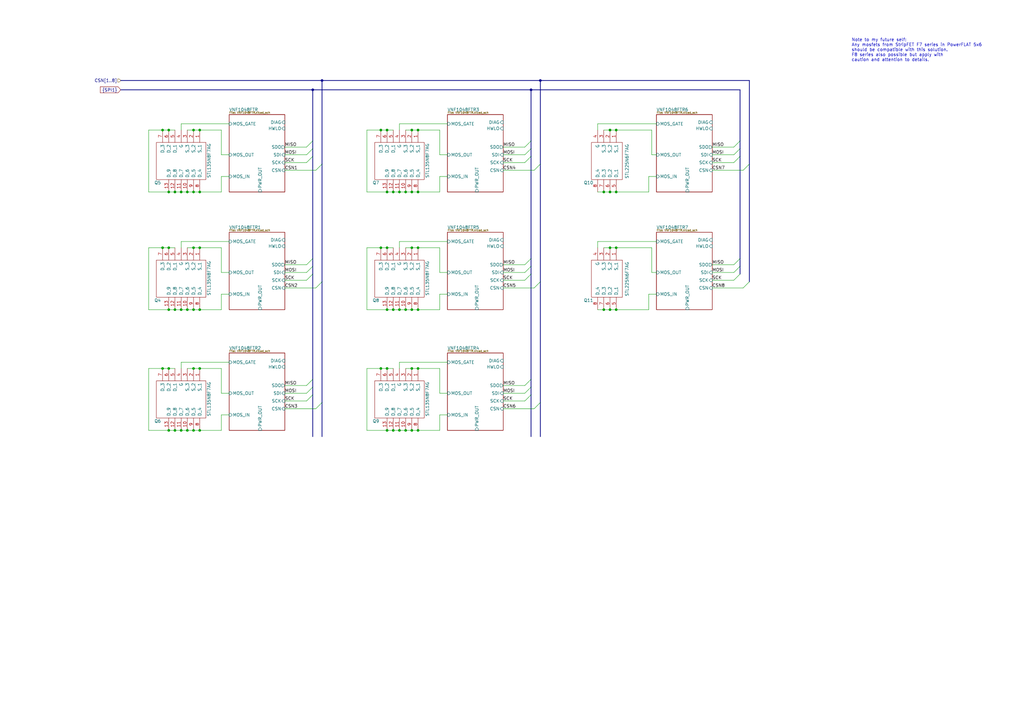
<source format=kicad_sch>
(kicad_sch (version 20211123) (generator eeschema)
  (paper "A3")
  (lib_symbols
    (symbol "PDM_additional:STL135N8F7AG" (pin_names (offset 0.762))
      (property "Reference" "Q" (at 21.59 7.62 0))
      (property "Value" "STL135N8F7AG" (at 21.59 5.08 0))
      (symbol "STL135N8F7AG_0_0"
        (pin passive line (at 0 0 0) (length 5.08) (name "S_1") (number "1"))
        (pin passive line (at 25.4 -5.08 180) (length 5.08) (name "D_6") (number "10"))
        (pin passive line (at 25.4 -7.62 180) (length 5.08) (name "D_7") (number "11"))
        (pin passive line (at 25.4 -10.16 180) (length 5.08) (name "D_8") (number "12"))
        (pin passive line (at 25.4 -12.7 180) (length 5.08) (name "D_9") (number "13"))
        (pin passive line (at 0 -2.54 0) (length 5.08) (name "S_2") (number "2"))
        (pin passive line (at 0 -5.08 0) (length 5.08) (name "S_3") (number "3"))
        (pin passive line (at 0 -7.62 0) (length 5.08) (name "G") (number "4"))
        (pin passive line (at 0 -10.16 0) (length 5.08) (name "D_1") (number "5"))
        (pin passive line (at 0 -12.7 0) (length 5.08) (name "D_2") (number "6"))
        (pin passive line (at 0 -15.24 0) (length 5.08) (name "D_3") (number "7"))
        (pin passive line (at 25.4 0 180) (length 5.08) (name "D_4") (number "8"))
        (pin passive line (at 25.4 -2.54 180) (length 5.08) (name "D_5") (number "9"))
      )
      (symbol "STL135N8F7AG_0_1"
        (polyline (pts (xy 5.08 2.54) (xy 20.32 2.54) (xy 20.32 -17.78) (xy 5.08 -17.78) (xy 5.08 2.54)) (stroke (width 0.1524)))
      )
    )
    (symbol "PDM_additional:STL225N6F7AG" (pin_names (offset 0.762))
      (property "Reference" "Q" (at 21.59 7.62 0))
      (property "Value" "STL225N6F7AG" (at 21.59 5.08 0))
      (symbol "STL225N6F7AG_0_0"
        (pin passive line (at 0 0 0) (length 5.08) (name "S_1") (number "1"))
        (pin passive line (at 0 -2.54 0) (length 5.08) (name "S_2") (number "2"))
        (pin passive line (at 0 -5.08 0) (length 5.08) (name "S_3") (number "3"))
        (pin passive line (at 0 -7.62 0) (length 5.08) (name "G") (number "4"))
        (pin passive line (at 25.4 0 180) (length 5.08) (name "D_1") (number "5"))
        (pin passive line (at 25.4 -2.54 180) (length 5.08) (name "D_2") (number "6"))
        (pin passive line (at 25.4 -5.08 180) (length 5.08) (name "D_3") (number "7"))
        (pin passive line (at 25.4 -7.62 180) (length 5.08) (name "D_4") (number "8"))
      )
      (symbol "STL225N6F7AG_0_1"
        (polyline (pts (xy 5.08 2.54) (xy 20.32 2.54) (xy 20.32 -10.16) (xy 5.08 -10.16) (xy 5.08 2.54)) (stroke (width 0.1524)))
      )
    )
  )
  (junction (at 81.915 53.34))
  (junction (at 66.675 151.13))
  (junction (at 128.27 36.83))
  (junction (at 69.215 53.34))
  (junction (at 171.45 127))
  (junction (at 156.21 101.6))
  (junction (at 171.45 176.53))
  (junction (at 156.21 151.13))
  (junction (at 81.915 176.53))
  (junction (at 79.375 127))
  (junction (at 166.37 176.53))
  (junction (at 161.29 78.74))
  (junction (at 74.295 78.74))
  (junction (at 79.375 53.34))
  (junction (at 132.08 33.02))
  (junction (at 250.19 127))
  (junction (at 81.915 127))
  (junction (at 166.37 127))
  (junction (at 168.91 101.6))
  (junction (at 252.73 78.74))
  (junction (at 250.19 53.34))
  (junction (at 66.675 101.6))
  (junction (at 158.75 151.13))
  (junction (at 252.73 101.6))
  (junction (at 69.215 127))
  (junction (at 168.91 53.34))
  (junction (at 168.91 78.74))
  (junction (at 217.805 36.83))
  (junction (at 158.75 176.53))
  (junction (at 168.91 127))
  (junction (at 79.375 78.74))
  (junction (at 163.83 176.53))
  (junction (at 69.215 78.74))
  (junction (at 163.83 78.74))
  (junction (at 76.835 127))
  (junction (at 158.75 101.6))
  (junction (at 171.45 101.6))
  (junction (at 76.835 78.74))
  (junction (at 168.91 151.13))
  (junction (at 79.375 151.13))
  (junction (at 69.215 151.13))
  (junction (at 252.73 127))
  (junction (at 161.29 127))
  (junction (at 250.19 78.74))
  (junction (at 171.45 151.13))
  (junction (at 76.835 176.53))
  (junction (at 71.755 78.74))
  (junction (at 81.915 101.6))
  (junction (at 158.75 78.74))
  (junction (at 221.615 33.02))
  (junction (at 81.915 151.13))
  (junction (at 168.91 176.53))
  (junction (at 156.21 53.34))
  (junction (at 71.755 176.53))
  (junction (at 171.45 78.74))
  (junction (at 163.83 127))
  (junction (at 69.215 101.6))
  (junction (at 252.73 53.34))
  (junction (at 166.37 78.74))
  (junction (at 69.215 176.53))
  (junction (at 81.915 78.74))
  (junction (at 74.295 176.53))
  (junction (at 79.375 101.6))
  (junction (at 161.29 176.53))
  (junction (at 71.755 127))
  (junction (at 250.19 101.6))
  (junction (at 79.375 176.53))
  (junction (at 158.75 127))
  (junction (at 247.65 127))
  (junction (at 247.65 78.74))
  (junction (at 158.75 53.34))
  (junction (at 66.675 53.34))
  (junction (at 171.45 53.34))
  (junction (at 74.295 127))
  (bus_entry (at 300.99 108.585) (size 2.54 -2.54))
  (bus_entry (at 125.73 161.29) (size 2.54 -2.54))
  (bus_entry (at 132.08 67.31) (size -2.54 2.54))
  (bus_entry (at 219.075 118.11) (size 2.54 -2.54))
  (bus_entry (at 219.075 69.85) (size 2.54 -2.54))
  (bus_entry (at 219.075 167.64) (size 2.54 -2.54))
  (bus_entry (at 300.99 114.935) (size 2.54 -2.54))
  (bus_entry (at 307.34 115.57) (size -2.54 2.54))
  (bus_entry (at 303.53 57.785) (size -2.54 2.54))
  (bus_entry (at 128.27 57.785) (size -2.54 2.54))
  (bus_entry (at 215.265 158.115) (size 2.54 -2.54))
  (bus_entry (at 303.53 60.96) (size -2.54 2.54))
  (bus_entry (at 300.99 111.76) (size 2.54 -2.54))
  (bus_entry (at 128.27 60.96) (size -2.54 2.54))
  (bus_entry (at 125.73 164.465) (size 2.54 -2.54))
  (bus_entry (at 307.34 67.31) (size -2.54 2.54))
  (bus_entry (at 215.265 164.465) (size 2.54 -2.54))
  (bus_entry (at 128.27 64.135) (size -2.54 2.54))
  (bus_entry (at 125.73 108.585) (size 2.54 -2.54))
  (bus_entry (at 125.73 111.76) (size 2.54 -2.54))
  (bus_entry (at 125.73 114.935) (size 2.54 -2.54))
  (bus_entry (at 125.73 158.115) (size 2.54 -2.54))
  (bus_entry (at 303.53 64.135) (size -2.54 2.54))
  (bus_entry (at 217.805 57.785) (size -2.54 2.54))
  (bus_entry (at 217.805 64.135) (size -2.54 2.54))
  (bus_entry (at 132.08 115.57) (size -2.54 2.54))
  (bus_entry (at 215.265 111.76) (size 2.54 -2.54))
  (bus_entry (at 217.805 60.96) (size -2.54 2.54))
  (bus_entry (at 215.265 108.585) (size 2.54 -2.54))
  (bus_entry (at 215.265 114.935) (size 2.54 -2.54))
  (bus_entry (at 215.265 161.29) (size 2.54 -2.54))
  (bus_entry (at 129.54 167.64) (size 2.54 -2.54))
  (wire (pts (xy 81.915 101.6) (xy 79.375 101.6)))
  (wire (pts (xy 252.73 53.34) (xy 267.335 53.34)))
  (bus (pts (xy 217.805 155.575) (xy 217.805 158.75)))
  (wire (pts (xy 171.45 78.74) (xy 168.91 78.74)))
  (wire (pts (xy 292.1 66.675) (xy 300.99 66.675)))
  (wire (pts (xy 60.96 176.53) (xy 60.96 151.13)))
  (wire (pts (xy 66.675 53.34) (xy 69.215 53.34)))
  (wire (pts (xy 116.84 167.64) (xy 129.54 167.64)))
  (bus (pts (xy 307.34 33.02) (xy 307.34 67.31)))
  (wire (pts (xy 183.515 63.5) (xy 180.34 63.5)))
  (wire (pts (xy 93.98 170.18) (xy 90.805 170.18)))
  (wire (pts (xy 79.375 176.53) (xy 76.835 176.53)))
  (bus (pts (xy 128.27 155.575) (xy 128.27 158.75)))
  (wire (pts (xy 245.11 53.34) (xy 245.11 50.8)))
  (wire (pts (xy 90.805 161.29) (xy 90.805 151.13)))
  (wire (pts (xy 93.98 50.8) (xy 74.295 50.8)))
  (wire (pts (xy 252.73 101.6) (xy 267.335 101.6)))
  (wire (pts (xy 247.65 127) (xy 250.19 127)))
  (wire (pts (xy 168.91 127) (xy 166.37 127)))
  (wire (pts (xy 161.29 127) (xy 158.75 127)))
  (wire (pts (xy 60.96 53.34) (xy 66.675 53.34)))
  (wire (pts (xy 166.37 78.74) (xy 163.83 78.74)))
  (wire (pts (xy 206.375 114.935) (xy 215.265 114.935)))
  (bus (pts (xy 132.08 115.57) (xy 132.08 165.1)))
  (wire (pts (xy 116.84 164.465) (xy 125.73 164.465)))
  (wire (pts (xy 180.34 63.5) (xy 180.34 53.34)))
  (wire (pts (xy 292.1 111.76) (xy 300.99 111.76)))
  (wire (pts (xy 171.45 127) (xy 168.91 127)))
  (wire (pts (xy 93.98 63.5) (xy 90.805 63.5)))
  (bus (pts (xy 221.615 33.02) (xy 307.34 33.02)))
  (wire (pts (xy 71.755 176.53) (xy 69.215 176.53)))
  (wire (pts (xy 81.915 101.6) (xy 90.805 101.6)))
  (wire (pts (xy 69.215 176.53) (xy 60.96 176.53)))
  (bus (pts (xy 128.27 60.96) (xy 128.27 64.135)))
  (wire (pts (xy 116.84 63.5) (xy 125.73 63.5)))
  (wire (pts (xy 180.34 111.76) (xy 180.34 101.6)))
  (wire (pts (xy 183.515 170.18) (xy 180.34 170.18)))
  (wire (pts (xy 168.91 53.34) (xy 166.37 53.34)))
  (wire (pts (xy 90.805 53.34) (xy 81.915 53.34)))
  (bus (pts (xy 303.53 60.96) (xy 303.53 64.135)))
  (bus (pts (xy 128.27 112.395) (xy 128.27 155.575)))
  (wire (pts (xy 215.265 158.115) (xy 206.375 158.115)))
  (wire (pts (xy 206.375 161.29) (xy 215.265 161.29)))
  (bus (pts (xy 217.805 36.83) (xy 217.805 57.785)))
  (wire (pts (xy 81.915 78.74) (xy 79.375 78.74)))
  (wire (pts (xy 158.75 101.6) (xy 161.29 101.6)))
  (wire (pts (xy 266.065 120.65) (xy 269.24 120.65)))
  (wire (pts (xy 292.1 63.5) (xy 300.99 63.5)))
  (bus (pts (xy 221.615 165.1) (xy 221.615 179.07)))
  (wire (pts (xy 156.21 151.13) (xy 158.75 151.13)))
  (wire (pts (xy 180.34 151.13) (xy 171.45 151.13)))
  (wire (pts (xy 168.91 151.13) (xy 166.37 151.13)))
  (bus (pts (xy 128.27 36.83) (xy 128.27 57.785)))
  (bus (pts (xy 217.805 57.785) (xy 217.805 60.96)))
  (bus (pts (xy 221.615 33.02) (xy 221.615 67.31)))
  (wire (pts (xy 90.805 78.74) (xy 81.915 78.74)))
  (wire (pts (xy 245.11 50.8) (xy 269.24 50.8)))
  (wire (pts (xy 252.73 78.74) (xy 266.065 78.74)))
  (wire (pts (xy 125.73 158.115) (xy 116.84 158.115)))
  (wire (pts (xy 90.805 111.76) (xy 90.805 101.6)))
  (wire (pts (xy 125.73 60.325) (xy 116.84 60.325)))
  (wire (pts (xy 206.375 164.465) (xy 215.265 164.465)))
  (bus (pts (xy 128.27 57.785) (xy 128.27 60.96)))
  (wire (pts (xy 79.375 53.34) (xy 76.835 53.34)))
  (wire (pts (xy 163.83 176.53) (xy 161.29 176.53)))
  (wire (pts (xy 266.065 72.39) (xy 269.24 72.39)))
  (wire (pts (xy 125.73 108.585) (xy 116.84 108.585)))
  (bus (pts (xy 217.805 36.83) (xy 303.53 36.83)))
  (wire (pts (xy 215.265 60.325) (xy 206.375 60.325)))
  (wire (pts (xy 180.34 176.53) (xy 171.45 176.53)))
  (bus (pts (xy 128.27 64.135) (xy 128.27 106.045)))
  (wire (pts (xy 76.835 127) (xy 74.295 127)))
  (bus (pts (xy 132.08 33.02) (xy 221.615 33.02)))
  (bus (pts (xy 307.34 67.31) (xy 307.34 115.57)))
  (wire (pts (xy 247.65 101.6) (xy 250.19 101.6)))
  (wire (pts (xy 168.91 176.53) (xy 166.37 176.53)))
  (wire (pts (xy 60.96 78.74) (xy 60.96 53.34)))
  (wire (pts (xy 180.34 78.74) (xy 171.45 78.74)))
  (wire (pts (xy 163.83 99.06) (xy 163.83 101.6)))
  (bus (pts (xy 49.53 33.02) (xy 132.08 33.02)))
  (wire (pts (xy 206.375 118.11) (xy 219.075 118.11)))
  (wire (pts (xy 116.84 66.675) (xy 125.73 66.675)))
  (wire (pts (xy 90.805 176.53) (xy 81.915 176.53)))
  (wire (pts (xy 150.495 176.53) (xy 150.495 151.13)))
  (bus (pts (xy 217.805 161.925) (xy 217.805 179.07)))
  (wire (pts (xy 150.495 151.13) (xy 156.21 151.13)))
  (wire (pts (xy 171.45 53.34) (xy 168.91 53.34)))
  (wire (pts (xy 180.34 127) (xy 171.45 127)))
  (wire (pts (xy 161.29 78.74) (xy 158.75 78.74)))
  (bus (pts (xy 217.805 64.135) (xy 217.805 106.045)))
  (wire (pts (xy 206.375 167.64) (xy 219.075 167.64)))
  (wire (pts (xy 93.98 72.39) (xy 90.805 72.39)))
  (wire (pts (xy 180.34 72.39) (xy 180.34 78.74)))
  (bus (pts (xy 128.27 109.22) (xy 128.27 112.395)))
  (wire (pts (xy 250.19 78.74) (xy 252.73 78.74)))
  (wire (pts (xy 183.515 50.8) (xy 163.83 50.8)))
  (wire (pts (xy 81.915 53.34) (xy 79.375 53.34)))
  (wire (pts (xy 252.73 127) (xy 266.065 127)))
  (wire (pts (xy 90.805 72.39) (xy 90.805 78.74)))
  (wire (pts (xy 206.375 69.85) (xy 219.075 69.85)))
  (wire (pts (xy 74.295 99.06) (xy 74.295 101.6)))
  (bus (pts (xy 217.805 60.96) (xy 217.805 64.135)))
  (wire (pts (xy 168.91 78.74) (xy 166.37 78.74)))
  (wire (pts (xy 158.75 127) (xy 150.495 127)))
  (bus (pts (xy 217.805 158.75) (xy 217.805 161.925)))
  (wire (pts (xy 158.75 78.74) (xy 150.495 78.74)))
  (wire (pts (xy 206.375 66.675) (xy 215.265 66.675)))
  (wire (pts (xy 183.515 111.76) (xy 180.34 111.76)))
  (wire (pts (xy 300.99 108.585) (xy 292.1 108.585)))
  (wire (pts (xy 163.83 148.59) (xy 163.83 151.13)))
  (wire (pts (xy 156.21 101.6) (xy 158.75 101.6)))
  (bus (pts (xy 132.08 165.1) (xy 132.08 179.07)))
  (wire (pts (xy 245.11 101.6) (xy 245.11 99.06)))
  (bus (pts (xy 132.08 67.31) (xy 132.08 115.57)))
  (wire (pts (xy 79.375 151.13) (xy 76.835 151.13)))
  (wire (pts (xy 150.495 127) (xy 150.495 101.6)))
  (bus (pts (xy 221.615 67.31) (xy 221.615 115.57)))
  (wire (pts (xy 163.83 127) (xy 161.29 127)))
  (wire (pts (xy 206.375 63.5) (xy 215.265 63.5)))
  (wire (pts (xy 180.34 161.29) (xy 180.34 151.13)))
  (wire (pts (xy 292.1 69.85) (xy 304.8 69.85)))
  (wire (pts (xy 180.34 53.34) (xy 171.45 53.34)))
  (bus (pts (xy 128.27 106.045) (xy 128.27 109.22)))
  (wire (pts (xy 74.295 50.8) (xy 74.295 53.34)))
  (bus (pts (xy 128.27 158.75) (xy 128.27 161.925)))
  (bus (pts (xy 217.805 109.22) (xy 217.805 112.395)))
  (wire (pts (xy 245.11 78.74) (xy 247.65 78.74)))
  (wire (pts (xy 180.34 170.18) (xy 180.34 176.53)))
  (wire (pts (xy 66.675 101.6) (xy 69.215 101.6)))
  (wire (pts (xy 79.375 127) (xy 76.835 127)))
  (wire (pts (xy 150.495 53.34) (xy 156.21 53.34)))
  (wire (pts (xy 90.805 127) (xy 81.915 127)))
  (wire (pts (xy 158.75 176.53) (xy 150.495 176.53)))
  (wire (pts (xy 158.75 53.34) (xy 161.29 53.34)))
  (wire (pts (xy 90.805 63.5) (xy 90.805 53.34)))
  (bus (pts (xy 132.08 33.02) (xy 132.08 67.31)))
  (wire (pts (xy 180.34 101.6) (xy 171.45 101.6)))
  (wire (pts (xy 245.11 99.06) (xy 269.24 99.06)))
  (wire (pts (xy 267.335 111.76) (xy 269.24 111.76)))
  (wire (pts (xy 156.21 53.34) (xy 158.75 53.34)))
  (wire (pts (xy 69.215 127) (xy 60.96 127)))
  (wire (pts (xy 166.37 176.53) (xy 163.83 176.53)))
  (wire (pts (xy 250.19 127) (xy 252.73 127)))
  (wire (pts (xy 250.19 101.6) (xy 252.73 101.6)))
  (wire (pts (xy 158.75 151.13) (xy 161.29 151.13)))
  (wire (pts (xy 267.335 53.34) (xy 267.335 63.5)))
  (wire (pts (xy 74.295 148.59) (xy 74.295 151.13)))
  (bus (pts (xy 49.53 36.83) (xy 128.27 36.83)))
  (wire (pts (xy 93.98 148.59) (xy 74.295 148.59)))
  (wire (pts (xy 150.495 78.74) (xy 150.495 53.34)))
  (bus (pts (xy 303.53 106.045) (xy 303.53 109.22)))
  (wire (pts (xy 267.335 63.5) (xy 269.24 63.5)))
  (wire (pts (xy 171.45 101.6) (xy 168.91 101.6)))
  (wire (pts (xy 150.495 101.6) (xy 156.21 101.6)))
  (wire (pts (xy 166.37 127) (xy 163.83 127)))
  (bus (pts (xy 303.53 36.83) (xy 303.53 57.785)))
  (wire (pts (xy 206.375 111.76) (xy 215.265 111.76)))
  (bus (pts (xy 128.27 36.83) (xy 217.805 36.83)))
  (wire (pts (xy 292.1 118.11) (xy 304.8 118.11)))
  (wire (pts (xy 76.835 78.74) (xy 74.295 78.74)))
  (wire (pts (xy 180.34 120.65) (xy 180.34 127)))
  (wire (pts (xy 93.98 120.65) (xy 90.805 120.65)))
  (wire (pts (xy 93.98 111.76) (xy 90.805 111.76)))
  (wire (pts (xy 245.11 127) (xy 247.65 127)))
  (wire (pts (xy 247.65 53.34) (xy 250.19 53.34)))
  (wire (pts (xy 60.96 151.13) (xy 66.675 151.13)))
  (wire (pts (xy 116.84 114.935) (xy 125.73 114.935)))
  (wire (pts (xy 183.515 72.39) (xy 180.34 72.39)))
  (wire (pts (xy 116.84 111.76) (xy 125.73 111.76)))
  (bus (pts (xy 221.615 115.57) (xy 221.615 165.1)))
  (wire (pts (xy 116.84 161.29) (xy 125.73 161.29)))
  (wire (pts (xy 90.805 151.13) (xy 81.915 151.13)))
  (wire (pts (xy 66.675 151.13) (xy 69.215 151.13)))
  (bus (pts (xy 217.805 112.395) (xy 217.805 155.575)))
  (wire (pts (xy 93.98 161.29) (xy 90.805 161.29)))
  (wire (pts (xy 183.515 99.06) (xy 163.83 99.06)))
  (wire (pts (xy 300.99 60.325) (xy 292.1 60.325)))
  (wire (pts (xy 81.915 127) (xy 79.375 127)))
  (wire (pts (xy 76.835 176.53) (xy 74.295 176.53)))
  (wire (pts (xy 60.96 127) (xy 60.96 101.6)))
  (wire (pts (xy 171.45 151.13) (xy 168.91 151.13)))
  (wire (pts (xy 250.19 53.34) (xy 252.73 53.34)))
  (wire (pts (xy 116.84 118.11) (xy 129.54 118.11)))
  (wire (pts (xy 79.375 101.6) (xy 76.835 101.6)))
  (bus (pts (xy 303.53 64.135) (xy 303.53 106.045)))
  (wire (pts (xy 81.915 176.53) (xy 79.375 176.53)))
  (wire (pts (xy 215.265 108.585) (xy 206.375 108.585)))
  (bus (pts (xy 303.53 57.785) (xy 303.53 60.96)))
  (wire (pts (xy 93.98 99.06) (xy 74.295 99.06)))
  (wire (pts (xy 74.295 127) (xy 71.755 127)))
  (wire (pts (xy 71.755 78.74) (xy 69.215 78.74)))
  (wire (pts (xy 69.215 53.34) (xy 71.755 53.34)))
  (wire (pts (xy 183.515 161.29) (xy 180.34 161.29)))
  (wire (pts (xy 161.29 176.53) (xy 158.75 176.53)))
  (bus (pts (xy 128.27 161.925) (xy 128.27 179.07)))
  (wire (pts (xy 90.805 170.18) (xy 90.805 176.53)))
  (wire (pts (xy 60.96 101.6) (xy 66.675 101.6)))
  (wire (pts (xy 90.805 120.65) (xy 90.805 127)))
  (wire (pts (xy 81.915 151.13) (xy 79.375 151.13)))
  (wire (pts (xy 267.335 101.6) (xy 267.335 111.76)))
  (wire (pts (xy 168.91 101.6) (xy 166.37 101.6)))
  (wire (pts (xy 183.515 120.65) (xy 180.34 120.65)))
  (wire (pts (xy 163.83 78.74) (xy 161.29 78.74)))
  (wire (pts (xy 247.65 78.74) (xy 250.19 78.74)))
  (wire (pts (xy 71.755 127) (xy 69.215 127)))
  (bus (pts (xy 217.805 106.045) (xy 217.805 109.22)))
  (wire (pts (xy 171.45 176.53) (xy 168.91 176.53)))
  (wire (pts (xy 292.1 114.935) (xy 300.99 114.935)))
  (wire (pts (xy 266.065 78.74) (xy 266.065 72.39)))
  (bus (pts (xy 303.53 109.22) (xy 303.53 112.395)))
  (wire (pts (xy 163.83 50.8) (xy 163.83 53.34)))
  (wire (pts (xy 183.515 148.59) (xy 163.83 148.59)))
  (wire (pts (xy 116.84 69.85) (xy 129.54 69.85)))
  (wire (pts (xy 69.215 101.6) (xy 71.755 101.6)))
  (wire (pts (xy 266.065 127) (xy 266.065 120.65)))
  (wire (pts (xy 79.375 78.74) (xy 76.835 78.74)))
  (wire (pts (xy 74.295 78.74) (xy 71.755 78.74)))
  (wire (pts (xy 69.215 151.13) (xy 71.755 151.13)))
  (wire (pts (xy 74.295 176.53) (xy 71.755 176.53)))
  (wire (pts (xy 69.215 78.74) (xy 60.96 78.74)))
  (text "Note to my future self:\nAny mosfets from StripFET F7 series in PowerFLAT 5x6 \nshould be compatible with this solution. \nF8 series also possible but apply with \ncaution and attention to details. " (at 349.25 25.4 0) (effects (font (size 1.27 1.27)) (justify left bottom)))
  (label "SCK" (at 206.375 164.465 0))
  (label "CSN6" (at 206.375 167.64 0))
  (label "CSN1" (at 116.84 69.85 0))
  (label "SCK" (at 292.1 66.675 0))
  (label "SCK" (at 116.84 164.465 0))
  (label "CSN7" (at 292.1 69.85 0))
  (label "MOSI" (at 206.375 63.5 0))
  (label "MISO" (at 206.375 60.325 0))
  (label "CSN3" (at 116.84 167.64 0))
  (label "CSN8" (at 292.1 118.11 0))
  (label "SCK" (at 206.375 66.675 0))
  (label "SCK" (at 206.375 114.935 0))
  (label "MISO" (at 116.84 60.325 0))
  (label "MOSI" (at 206.375 111.76 0))
  (label "CSN4" (at 206.375 69.85 0))
  (label "CSN2" (at 116.84 118.11 0))
  (label "MISO" (at 116.84 108.585 0))
  (label "MOSI" (at 292.1 111.76 0))
  (label "MISO" (at 292.1 108.585 0))
  (label "MISO" (at 116.84 158.115 0))
  (label "MOSI" (at 292.1 63.5 0))
  (label "SCK" (at 116.84 114.935 0))
  (label "MOSI" (at 116.84 111.76 0))
  (label "MOSI" (at 116.84 161.29 0))
  (label "MOSI" (at 116.84 63.5 0))
  (label "SCK" (at 292.1 114.935 0))
  (label "MISO" (at 206.375 108.585 0))
  (label "SCK" (at 116.84 66.675 0))
  (label "MOSI" (at 206.375 161.29 0))
  (label "CSN5" (at 206.375 118.11 0))
  (label "MISO" (at 206.375 158.115 0))
  (label "MISO" (at 292.1 60.325 0))
  (global_label "{SPI1}" (shape input) (at 49.53 36.83 180) (property "Intersheet References" "${INTERSHEET_REFS}" (effects hide)))
  (hierarchical_label "CSN[1..8]" (shape input) (at 49.53 33.02 180))
  (symbol (lib_id "PDM_additional:STL135N8F7AG") (at 171.45 53.34 270) (unit 1)
    (property "Reference" "Q7" (at 155.575 74.93 90) (effects (justify right)))
    (property "Value" "STL135N8F7AG" (at 175.26 73.025 0) (effects (justify right)))
    (property "Footprint" "PDM_Additional:STL135N8F7AG" (effects hide))
    (property "Datasheet" "http://www.st.com/content/ccc/resource/technical/document/datasheet/7e/25/d4/aa/c0/6f/4d/26/DM00224699.pdf/files/DM00224699.pdf/jcr:content/translations/en.DM00224699.pdf" (effects hide))
    (property "Description" "MOSFET LGS LV MOSFET" (effects hide))
    (property "Height" "1" (effects hide))
    (property "Manufacturer_Name" "STMicroelectronics" (effects hide))
    (property "Manufacturer_Part_Number" "STL135N8F7AG" (effects hide))
    (property "Mouser Part Number" "511-STL135N8F7AG" (effects hide))
    (property "Mouser Price/Stock" "https://www.mouser.co.uk/ProductDetail/STMicroelectronics/STL135N8F7AG?qs=mKNKSX85ZJfYM25C6f130w%3D%3D" (effects hide))
  )
  (symbol (lib_id "PDM_additional:STL135N8F7AG") (at 171.45 151.13 270) (unit 1)
    (property "Reference" "Q9" (at 155.575 172.72 90) (effects (justify right)))
    (property "Value" "STL135N8F7AG" (at 175.26 170.815 0) (effects (justify right)))
    (property "Footprint" "PDM_Additional:STL135N8F7AG" (effects hide))
    (property "Datasheet" "http://www.st.com/content/ccc/resource/technical/document/datasheet/7e/25/d4/aa/c0/6f/4d/26/DM00224699.pdf/files/DM00224699.pdf/jcr:content/translations/en.DM00224699.pdf" (effects hide))
    (property "Description" "MOSFET LGS LV MOSFET" (effects hide))
    (property "Height" "1" (effects hide))
    (property "Manufacturer_Name" "STMicroelectronics" (effects hide))
    (property "Manufacturer_Part_Number" "STL135N8F7AG" (effects hide))
    (property "Mouser Part Number" "511-STL135N8F7AG" (effects hide))
    (property "Mouser Price/Stock" "https://www.mouser.co.uk/ProductDetail/STMicroelectronics/STL135N8F7AG?qs=mKNKSX85ZJfYM25C6f130w%3D%3D" (effects hide))
  )
  (symbol (lib_id "PDM_additional:STL225N6F7AG") (at 252.73 53.34 270) (unit 1)
    (property "Reference" "Q10" (at 239.395 74.93 90) (effects (justify left)))
    (property "Value" "STL225N6F7AG" (at 257.175 59.055 0) (effects (justify left)))
    (property "Footprint" "PDM_Additional:POWERFLAT_5X6" (effects hide))
    (property "Datasheet" "http://www.st.com/content/ccc/resource/technical/document/datasheet/group0/b7/e6/fc/74/a0/d3/4d/d1/DM00241187/files/DM00241187.pdf/jcr:content/translations/en.DM00241187.pdf" (effects hide))
    (property "Description" "MOSFET Automotive 60V N-Ch 12mOhm 120A F7 Power" (effects hide))
    (property "Manufacturer_Name" "STMicroelectronics" (effects hide))
    (property "Manufacturer_Part_Number" "STL225N6F7AG" (effects hide))
    (property "Mouser Part Number" "511-STL225N6F7AG" (effects hide))
    (property "Mouser Price/Stock" "https://www.mouser.co.uk/ProductDetail/STMicroelectronics/STL225N6F7AG/?qs=NoqMqJKvPFIhcmh4br1lIQ%3D%3D" (effects hide))
  )
  (symbol (lib_id "PDM_additional:STL135N8F7AG") (at 171.45 101.6 270) (unit 1)
    (property "Reference" "Q8" (at 155.575 123.19 90) (effects (justify right)))
    (property "Value" "STL135N8F7AG" (at 175.26 121.285 0) (effects (justify right)))
    (property "Footprint" "PDM_Additional:STL135N8F7AG" (effects hide))
    (property "Datasheet" "http://www.st.com/content/ccc/resource/technical/document/datasheet/7e/25/d4/aa/c0/6f/4d/26/DM00224699.pdf/files/DM00224699.pdf/jcr:content/translations/en.DM00224699.pdf" (effects hide))
    (property "Description" "MOSFET LGS LV MOSFET" (effects hide))
    (property "Height" "1" (effects hide))
    (property "Manufacturer_Name" "STMicroelectronics" (effects hide))
    (property "Manufacturer_Part_Number" "STL135N8F7AG" (effects hide))
    (property "Mouser Part Number" "511-STL135N8F7AG" (effects hide))
    (property "Mouser Price/Stock" "https://www.mouser.co.uk/ProductDetail/STMicroelectronics/STL135N8F7AG?qs=mKNKSX85ZJfYM25C6f130w%3D%3D" (effects hide))
  )
  (symbol (lib_id "PDM_additional:STL135N8F7AG") (at 81.915 101.6 270) (unit 1)
    (property "Reference" "Q4" (at 66.04 123.19 90) (effects (justify right)))
    (property "Value" "STL135N8F7AG" (at 85.725 121.285 0) (effects (justify right)))
    (property "Footprint" "PDM_Additional:STL135N8F7AG" (effects hide))
    (property "Datasheet" "http://www.st.com/content/ccc/resource/technical/document/datasheet/7e/25/d4/aa/c0/6f/4d/26/DM00224699.pdf/files/DM00224699.pdf/jcr:content/translations/en.DM00224699.pdf" (effects hide))
    (property "Description" "MOSFET LGS LV MOSFET" (effects hide))
    (property "Height" "1" (effects hide))
    (property "Manufacturer_Name" "STMicroelectronics" (effects hide))
    (property "Manufacturer_Part_Number" "STL135N8F7AG" (effects hide))
    (property "Mouser Part Number" "511-STL135N8F7AG" (effects hide))
    (property "Mouser Price/Stock" "https://www.mouser.co.uk/ProductDetail/STMicroelectronics/STL135N8F7AG?qs=mKNKSX85ZJfYM25C6f130w%3D%3D" (effects hide))
  )
  (symbol (lib_id "PDM_additional:STL135N8F7AG") (at 81.915 151.13 270) (unit 1)
    (property "Reference" "Q6" (at 66.04 172.72 90) (effects (justify right)))
    (property "Value" "STL135N8F7AG" (at 85.725 170.815 0) (effects (justify right)))
    (property "Footprint" "PDM_Additional:STL135N8F7AG" (effects hide))
    (property "Datasheet" "http://www.st.com/content/ccc/resource/technical/document/datasheet/7e/25/d4/aa/c0/6f/4d/26/DM00224699.pdf/files/DM00224699.pdf/jcr:content/translations/en.DM00224699.pdf" (effects hide))
    (property "Description" "MOSFET LGS LV MOSFET" (effects hide))
    (property "Height" "1" (effects hide))
    (property "Manufacturer_Name" "STMicroelectronics" (effects hide))
    (property "Manufacturer_Part_Number" "STL135N8F7AG" (effects hide))
    (property "Mouser Part Number" "511-STL135N8F7AG" (effects hide))
    (property "Mouser Price/Stock" "https://www.mouser.co.uk/ProductDetail/STMicroelectronics/STL135N8F7AG?qs=mKNKSX85ZJfYM25C6f130w%3D%3D" (effects hide))
  )
  (symbol (lib_id "PDM_additional:STL135N8F7AG") (at 81.915 53.34 270) (unit 1)
    (property "Reference" "Q5" (at 66.04 74.93 90) (effects (justify right)))
    (property "Value" "STL135N8F7AG" (at 85.725 73.025 0) (effects (justify right)))
    (property "Footprint" "PDM_Additional:STL135N8F7AG" (effects hide))
    (property "Datasheet" "http://www.st.com/content/ccc/resource/technical/document/datasheet/7e/25/d4/aa/c0/6f/4d/26/DM00224699.pdf/files/DM00224699.pdf/jcr:content/translations/en.DM00224699.pdf" (effects hide))
    (property "Description" "MOSFET LGS LV MOSFET" (effects hide))
    (property "Height" "1" (effects hide))
    (property "Manufacturer_Name" "STMicroelectronics" (effects hide))
    (property "Manufacturer_Part_Number" "STL135N8F7AG" (effects hide))
    (property "Mouser Part Number" "511-STL135N8F7AG" (effects hide))
    (property "Mouser Price/Stock" "https://www.mouser.co.uk/ProductDetail/STMicroelectronics/STL135N8F7AG?qs=mKNKSX85ZJfYM25C6f130w%3D%3D" (effects hide))
  )
  (symbol (lib_id "PDM_additional:STL225N6F7AG") (at 252.73 101.6 270) (unit 1)
    (property "Reference" "Q11" (at 239.395 123.19 90) (effects (justify left)))
    (property "Value" "STL225N6F7AG" (at 257.175 107.315 0) (effects (justify left)))
    (property "Footprint" "PDM_Additional:POWERFLAT_5X6" (effects hide))
    (property "Datasheet" "http://www.st.com/content/ccc/resource/technical/document/datasheet/group0/b7/e6/fc/74/a0/d3/4d/d1/DM00241187/files/DM00241187.pdf/jcr:content/translations/en.DM00241187.pdf" (effects hide))
    (property "Description" "MOSFET Automotive 60V N-Ch 12mOhm 120A F7 Power" (effects hide))
    (property "Manufacturer_Name" "STMicroelectronics" (effects hide))
    (property "Manufacturer_Part_Number" "STL225N6F7AG" (effects hide))
    (property "Mouser Part Number" "511-STL225N6F7AG" (effects hide))
    (property "Mouser Price/Stock" "https://www.mouser.co.uk/ProductDetail/STMicroelectronics/STL225N6F7AG/?qs=NoqMqJKvPFIhcmh4br1lIQ%3D%3D" (effects hide))
  )
  (sheet (at 269.24 95.25) (size 22.86 31.75) (stroke (width 0.1524))
    (property "Sheet name" "VNF1048FTR7" (at 269.24 93.98 0) (effects (justify left bottom)))
    (property "Sheet file" "VNF1048FTR.kicad_sch" (at 269.24 93.98 0) (effects (font (size 0.8 0.8)) (justify left top)))
    (pin "MOS_IN" input (at 269.24 120.65 180))
    (pin "MOS_GATE" input (at 269.24 99.06 180))
    (pin "MOS_OUT" input (at 269.24 111.76 180))
    (pin "SCK" input (at 292.1 114.935 0))
    (pin "CSN" input (at 292.1 118.11 0))
    (pin "SDI" input (at 292.1 111.76 0))
    (pin "SDO" output (at 292.1 108.585 0))
    (pin "DIAG" input (at 292.1 98.425 0))
    (pin "HWLO" input (at 292.1 100.965 0))
    (pin "PWR_OUT" input (at 281.94 127 270))
  )
  (sheet (at 183.515 46.99) (size 22.86 31.75) (stroke (width 0.1524))
    (property "Sheet name" "VNF1048FTR3" (at 183.515 45.72 0) (effects (justify left bottom)))
    (property "Sheet file" "VNF1048FTR.kicad_sch" (at 183.515 45.72 0) (effects (font (size 0.8 0.8)) (justify left top)))
    (pin "MOS_IN" input (at 183.515 72.39 180))
    (pin "MOS_GATE" input (at 183.515 50.8 180))
    (pin "MOS_OUT" input (at 183.515 63.5 180))
    (pin "SCK" input (at 206.375 66.675 0))
    (pin "CSN" input (at 206.375 69.85 0))
    (pin "SDI" input (at 206.375 63.5 0))
    (pin "SDO" output (at 206.375 60.325 0))
    (pin "DIAG" input (at 206.375 50.165 0))
    (pin "HWLO" input (at 206.375 52.705 0))
    (pin "PWR_OUT" input (at 195.58 78.74 270))
  )
  (sheet (at 93.98 144.78) (size 22.86 31.75) (stroke (width 0.1524))
    (property "Sheet name" "VNF1048FTR2" (at 93.98 143.51 0) (effects (justify left bottom)))
    (property "Sheet file" "VNF1048FTR.kicad_sch" (at 93.98 143.51 0) (effects (font (size 0.8 0.8)) (justify left top)))
    (pin "MOS_IN" input (at 93.98 170.18 180))
    (pin "MOS_GATE" input (at 93.98 148.59 180))
    (pin "MOS_OUT" input (at 93.98 161.29 180))
    (pin "SCK" input (at 116.84 164.465 0))
    (pin "CSN" input (at 116.84 167.64 0))
    (pin "SDI" input (at 116.84 161.29 0))
    (pin "SDO" output (at 116.84 158.115 0))
    (pin "DIAG" input (at 116.84 147.955 0))
    (pin "HWLO" input (at 116.84 150.495 0))
    (pin "PWR_OUT" input (at 106.68 176.53 270))
  )
  (sheet (at 269.24 46.99) (size 22.86 31.75) (stroke (width 0.1524))
    (property "Sheet name" "VNF1048FTR6" (at 269.24 45.72 0) (effects (justify left bottom)))
    (property "Sheet file" "VNF1048FTR.kicad_sch" (at 269.24 45.72 0) (effects (font (size 0.8 0.8)) (justify left top)))
    (pin "MOS_IN" input (at 269.24 72.39 180))
    (pin "MOS_GATE" input (at 269.24 50.8 180))
    (pin "MOS_OUT" input (at 269.24 63.5 180))
    (pin "SCK" input (at 292.1 66.675 0))
    (pin "CSN" input (at 292.1 69.85 0))
    (pin "SDI" input (at 292.1 63.5 0))
    (pin "SDO" output (at 292.1 60.325 0))
    (pin "DIAG" input (at 292.1 50.165 0))
    (pin "HWLO" input (at 292.1 52.705 0))
    (pin "PWR_OUT" input (at 281.94 78.74 270))
  )
  (sheet (at 183.515 95.25) (size 22.86 31.75) (stroke (width 0.1524))
    (property "Sheet name" "VNF1048FTR5" (at 183.515 93.98 0) (effects (justify left bottom)))
    (property "Sheet file" "VNF1048FTR.kicad_sch" (at 183.515 93.98 0) (effects (font (size 0.8 0.8)) (justify left top)))
    (pin "MOS_IN" input (at 183.515 120.65 180))
    (pin "MOS_GATE" input (at 183.515 99.06 180))
    (pin "MOS_OUT" input (at 183.515 111.76 180))
    (pin "SCK" input (at 206.375 114.935 0))
    (pin "CSN" input (at 206.375 118.11 0))
    (pin "SDI" input (at 206.375 111.76 0))
    (pin "SDO" output (at 206.375 108.585 0))
    (pin "DIAG" input (at 206.375 98.425 0))
    (pin "HWLO" input (at 206.375 100.965 0))
    (pin "PWR_OUT" input (at 195.58 127 270))
  )
  (sheet (at 183.515 144.78) (size 22.86 31.75) (stroke (width 0.1524))
    (property "Sheet name" "VNF1048FTR4" (at 183.515 143.51 0) (effects (justify left bottom)))
    (property "Sheet file" "VNF1048FTR.kicad_sch" (at 183.515 143.51 0) (effects (font (size 0.8 0.8)) (justify left top)))
    (pin "MOS_IN" input (at 183.515 170.18 180))
    (pin "MOS_GATE" input (at 183.515 148.59 180))
    (pin "MOS_OUT" input (at 183.515 161.29 180))
    (pin "SCK" input (at 206.375 164.465 0))
    (pin "CSN" input (at 206.375 167.64 0))
    (pin "SDI" input (at 206.375 161.29 0))
    (pin "SDO" output (at 206.375 158.115 0))
    (pin "DIAG" input (at 206.375 147.955 0))
    (pin "HWLO" input (at 206.375 150.495 0))
    (pin "PWR_OUT" input (at 195.58 176.53 270))
  )
  (sheet (at 93.98 95.25) (size 22.86 31.75) (stroke (width 0.1524))
    (property "Sheet name" "VNF1048FTR1" (at 93.98 93.98 0) (effects (justify left bottom)))
    (property "Sheet file" "VNF1048FTR.kicad_sch" (at 93.98 93.98 0) (effects (font (size 0.8 0.8)) (justify left top)))
    (pin "MOS_IN" input (at 93.98 120.65 180))
    (pin "MOS_GATE" input (at 93.98 99.06 180))
    (pin "MOS_OUT" input (at 93.98 111.76 180))
    (pin "SCK" input (at 116.84 114.935 0))
    (pin "CSN" input (at 116.84 118.11 0))
    (pin "SDI" input (at 116.84 111.76 0))
    (pin "SDO" output (at 116.84 108.585 0))
    (pin "DIAG" input (at 116.84 98.425 0))
    (pin "HWLO" input (at 116.84 100.965 0))
    (pin "PWR_OUT" input (at 106.68 127 270))
  )
  (sheet (at 93.98 46.99) (size 22.86 31.75) (stroke (width 0.1524))
    (property "Sheet name" "VNF1048FTR" (at 93.98 45.72 0) (effects (justify left bottom)))
    (property "Sheet file" "VNF1048FTR.kicad_sch" (at 93.98 45.72 0) (effects (font (size 0.8 0.8)) (justify left top)))
    (pin "MOS_IN" input (at 93.98 72.39 180))
    (pin "MOS_GATE" input (at 93.98 50.8 180))
    (pin "MOS_OUT" input (at 93.98 63.5 180))
    (pin "SCK" input (at 116.84 66.675 0))
    (pin "CSN" input (at 116.84 69.85 0))
    (pin "SDI" input (at 116.84 63.5 0))
    (pin "SDO" output (at 116.84 60.325 0))
    (pin "DIAG" input (at 116.84 50.165 0))
    (pin "HWLO" input (at 116.84 52.705 0))
    (pin "PWR_OUT" input (at 106.68 78.74 270))
  )
)
</source>
